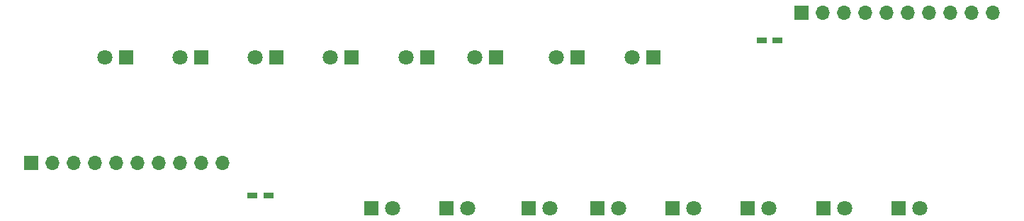
<source format=gts>
G04 #@! TF.GenerationSoftware,KiCad,Pcbnew,(5.1.6-0-10_14)*
G04 #@! TF.CreationDate,2021-12-08T11:35:56+09:00*
G04 #@! TF.ProjectId,qPCR-panel_led_20211208,71504352-2d70-4616-9e65-6c5f6c65645f,rev?*
G04 #@! TF.SameCoordinates,Original*
G04 #@! TF.FileFunction,Soldermask,Top*
G04 #@! TF.FilePolarity,Negative*
%FSLAX46Y46*%
G04 Gerber Fmt 4.6, Leading zero omitted, Abs format (unit mm)*
G04 Created by KiCad (PCBNEW (5.1.6-0-10_14)) date 2021-12-08 11:35:56*
%MOMM*%
%LPD*%
G01*
G04 APERTURE LIST*
%ADD10R,1.200000X0.750000*%
%ADD11R,1.800000X1.800000*%
%ADD12C,1.800000*%
%ADD13R,1.700000X1.700000*%
%ADD14O,1.700000X1.700000*%
G04 APERTURE END LIST*
D10*
G04 #@! TO.C,C1*
X157285000Y-53419640D03*
X155385000Y-53419640D03*
G04 #@! TD*
D11*
G04 #@! TO.C,D9*
X79405000Y-55521640D03*
D12*
X76865000Y-55521640D03*
G04 #@! TD*
G04 #@! TO.C,D10*
X85865000Y-55521640D03*
D11*
X88405000Y-55521640D03*
G04 #@! TD*
G04 #@! TO.C,D11*
X97405000Y-55521640D03*
D12*
X94865000Y-55521640D03*
G04 #@! TD*
G04 #@! TO.C,D12*
X103865000Y-55521640D03*
D11*
X106405000Y-55521640D03*
G04 #@! TD*
G04 #@! TO.C,D13*
X115405000Y-55521640D03*
D12*
X112865000Y-55521640D03*
G04 #@! TD*
G04 #@! TO.C,D14*
X121095000Y-55521640D03*
D11*
X123635000Y-55521640D03*
G04 #@! TD*
G04 #@! TO.C,D15*
X133405000Y-55521640D03*
D12*
X130865000Y-55521640D03*
G04 #@! TD*
G04 #@! TO.C,D16*
X139865000Y-55521640D03*
D11*
X142405000Y-55521640D03*
G04 #@! TD*
D13*
G04 #@! TO.C,U1*
X160140746Y-50121640D03*
D14*
X162680746Y-50121640D03*
X165220746Y-50121640D03*
X167760746Y-50121640D03*
X170300746Y-50121640D03*
X172840746Y-50121640D03*
X175380746Y-50121640D03*
X177920746Y-50121640D03*
X180460746Y-50121640D03*
X183000746Y-50121640D03*
G04 #@! TD*
D10*
G04 #@! TO.C,C1*
X94550000Y-71999640D03*
X96450000Y-71999640D03*
G04 #@! TD*
D11*
G04 #@! TO.C,D1*
X171730000Y-73521640D03*
D12*
X174270000Y-73521640D03*
G04 #@! TD*
G04 #@! TO.C,D2*
X165270000Y-73521640D03*
D11*
X162730000Y-73521640D03*
G04 #@! TD*
G04 #@! TO.C,D3*
X153730000Y-73521640D03*
D12*
X156270000Y-73521640D03*
G04 #@! TD*
G04 #@! TO.C,D4*
X147270000Y-73521640D03*
D11*
X144730000Y-73521640D03*
G04 #@! TD*
G04 #@! TO.C,D5*
X135730000Y-73521640D03*
D12*
X138270000Y-73521640D03*
G04 #@! TD*
G04 #@! TO.C,D6*
X130040000Y-73521640D03*
D11*
X127500000Y-73521640D03*
G04 #@! TD*
G04 #@! TO.C,D7*
X117730000Y-73521640D03*
D12*
X120270000Y-73521640D03*
G04 #@! TD*
G04 #@! TO.C,D8*
X111270000Y-73521640D03*
D11*
X108730000Y-73521640D03*
G04 #@! TD*
D13*
G04 #@! TO.C,U1*
X68134254Y-68121640D03*
D14*
X70674254Y-68121640D03*
X73214254Y-68121640D03*
X75754254Y-68121640D03*
X78294254Y-68121640D03*
X80834254Y-68121640D03*
X83374254Y-68121640D03*
X85914254Y-68121640D03*
X88454254Y-68121640D03*
X90994254Y-68121640D03*
G04 #@! TD*
M02*

</source>
